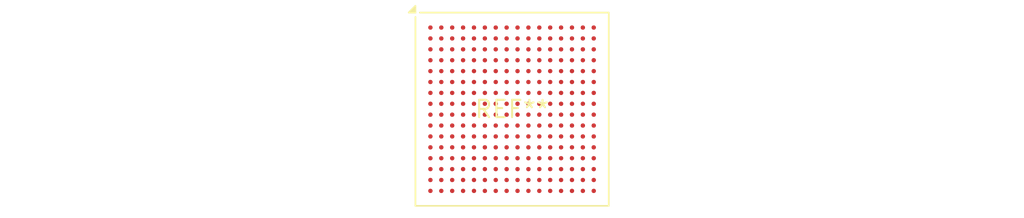
<source format=kicad_pcb>
(kicad_pcb (version 20240108) (generator pcbnew)
  (layers (0 "F.Cu" signal) (31 "B.Cu" signal) (34 "B.Paste" user) (35 "F.Paste" user) (36 "B.SilkS" user "B.Silkscreen") (37 "F.SilkS" user "F.Silkscreen") (38 "B.Mask" user) (39 "F.Mask" user) (44 "Edge.Cuts" user))
  (net 0 "")
  (footprint "BGA-256_14.0x14.0mm_Layout16x16_P0.8mm_Ball0.45mm_Pad0.32mm_NSMD" (layer "F.Cu") (at 0 0)
    (property "Reference" "REF**")
    (property "Value" "BGA-256_14.0x14.0mm_Layout16x16_P0.8mm_Ball0.45mm_Pad0.32mm_NSMD")
    (fp_line (start -7.1 -6.78) (end -7.1 7.1) (layer "F.SilkS") (stroke (width 0.12)))
    (fp_line (start -7.1 7.1) (end 7.1 7.1) (layer "F.SilkS") (stroke (width 0.12)))
    (fp_line (start 7.1 -7.1) (end -6.78 -7.1) (layer "F.SilkS") (stroke (width 0.12)))
    (fp_line (start 7.1 7.1) (end 7.1 -7.1) (layer "F.SilkS") (stroke (width 0.12)))
    (fp_poly (pts (xy -7.1 -7.1) (xy -7.6 -7.1) (xy -7.1 -7.6) (xy -7.1 -7.1)) (layer "F.SilkS") (stroke (width 0.12)) (fill solid))
    (pad "A1" smd circle (at -6 -6) (size 0.32 0.32) (property pad_prop_bga) (layers "F.Cu" "F.Paste" "F.Mask"))
    (pad "A2" smd circle (at -5.2 -6) (size 0.32 0.32) (property pad_prop_bga) (layers "F.Cu" "F.Paste" "F.Mask"))
    (pad "A3" smd circle (at -4.4 -6) (size 0.32 0.32) (property pad_prop_bga) (layers "F.Cu" "F.Paste" "F.Mask"))
    (pad "A4" smd circle (at -3.6 -6) (size 0.32 0.32) (property pad_prop_bga) (layers "F.Cu" "F.Paste" "F.Mask"))
    (pad "A5" smd circle (at -2.8 -6) (size 0.32 0.32) (property pad_prop_bga) (layers "F.Cu" "F.Paste" "F.Mask"))
    (pad "A6" smd circle (at -2 -6) (size 0.32 0.32) (property pad_prop_bga) (layers "F.Cu" "F.Paste" "F.Mask"))
    (pad "A7" smd circle (at -1.2 -6) (size 0.32 0.32) (property pad_prop_bga) (layers "F.Cu" "F.Paste" "F.Mask"))
    (pad "A8" smd circle (at -0.4 -6) (size 0.32 0.32) (property pad_prop_bga) (layers "F.Cu" "F.Paste" "F.Mask"))
    (pad "A9" smd circle (at 0.4 -6) (size 0.32 0.32) (property pad_prop_bga) (layers "F.Cu" "F.Paste" "F.Mask"))
    (pad "A10" smd circle (at 1.2 -6) (size 0.32 0.32) (property pad_prop_bga) (layers "F.Cu" "F.Paste" "F.Mask"))
    (pad "A11" smd circle (at 2 -6) (size 0.32 0.32) (property pad_prop_bga) (layers "F.Cu" "F.Paste" "F.Mask"))
    (pad "A12" smd circle (at 2.8 -6) (size 0.32 0.32) (property pad_prop_bga) (layers "F.Cu" "F.Paste" "F.Mask"))
    (pad "A13" smd circle (at 3.6 -6) (size 0.32 0.32) (property pad_prop_bga) (layers "F.Cu" "F.Paste" "F.Mask"))
    (pad "A14" smd circle (at 4.4 -6) (size 0.32 0.32) (property pad_prop_bga) (layers "F.Cu" "F.Paste" "F.Mask"))
    (pad "A15" smd circle (at 5.2 -6) (size 0.32 0.32) (property pad_prop_bga) (layers "F.Cu" "F.Paste" "F.Mask"))
    (pad "A16" smd circle (at 6 -6) (size 0.32 0.32) (property pad_prop_bga) (layers "F.Cu" "F.Paste" "F.Mask"))
    (pad "B1" smd circle (at -6 -5.2) (size 0.32 0.32) (property pad_prop_bga) (layers "F.Cu" "F.Paste" "F.Mask"))
    (pad "B2" smd circle (at -5.2 -5.2) (size 0.32 0.32) (property pad_prop_bga) (layers "F.Cu" "F.Paste" "F.Mask"))
    (pad "B3" smd circle (at -4.4 -5.2) (size 0.32 0.32) (property pad_prop_bga) (layers "F.Cu" "F.Paste" "F.Mask"))
    (pad "B4" smd circle (at -3.6 -5.2) (size 0.32 0.32) (property pad_prop_bga) (layers "F.Cu" "F.Paste" "F.Mask"))
    (pad "B5" smd circle (at -2.8 -5.2) (size 0.32 0.32) (property pad_prop_bga) (layers "F.Cu" "F.Paste" "F.Mask"))
    (pad "B6" smd circle (at -2 -5.2) (size 0.32 0.32) (property pad_prop_bga) (layers "F.Cu" "F.Paste" "F.Mask"))
    (pad "B7" smd circle (at -1.2 -5.2) (size 0.32 0.32) (property pad_prop_bga) (layers "F.Cu" "F.Paste" "F.Mask"))
    (pad "B8" smd circle (at -0.4 -5.2) (size 0.32 0.32) (property pad_prop_bga) (layers "F.Cu" "F.Paste" "F.Mask"))
    (pad "B9" smd circle (at 0.4 -5.2) (size 0.32 0.32) (property pad_prop_bga) (layers "F.Cu" "F.Paste" "F.Mask"))
    (pad "B10" smd circle (at 1.2 -5.2) (size 0.32 0.32) (property pad_prop_bga) (layers "F.Cu" "F.Paste" "F.Mask"))
    (pad "B11" smd circle (at 2 -5.2) (size 0.32 0.32) (property pad_prop_bga) (layers "F.Cu" "F.Paste" "F.Mask"))
    (pad "B12" smd circle (at 2.8 -5.2) (size 0.32 0.32) (property pad_prop_bga) (layers "F.Cu" "F.Paste" "F.Mask"))
    (pad "B13" smd circle (at 3.6 -5.2) (size 0.32 0.32) (property pad_prop_bga) (layers "F.Cu" "F.Paste" "F.Mask"))
    (pad "B14" smd circle (at 4.4 -5.2) (size 0.32 0.32) (property pad_prop_bga) (layers "F.Cu" "F.Paste" "F.Mask"))
    (pad "B15" smd circle (at 5.2 -5.2) (size 0.32 0.32) (property pad_prop_bga) (layers "F.Cu" "F.Paste" "F.Mask"))
    (pad "B16" smd circle (at 6 -5.2) (size 0.32 0.32) (property pad_prop_bga) (layers "F.Cu" "F.Paste" "F.Mask"))
    (pad "C1" smd circle (at -6 -4.4) (size 0.32 0.32) (property pad_prop_bga) (layers "F.Cu" "F.Paste" "F.Mask"))
    (pad "C2" smd circle (at -5.2 -4.4) (size 0.32 0.32) (property pad_prop_bga) (layers "F.Cu" "F.Paste" "F.Mask"))
    (pad "C3" smd circle (at -4.4 -4.4) (size 0.32 0.32) (property pad_prop_bga) (layers "F.Cu" "F.Paste" "F.Mask"))
    (pad "C4" smd circle (at -3.6 -4.4) (size 0.32 0.32) (property pad_prop_bga) (layers "F.Cu" "F.Paste" "F.Mask"))
    (pad "C5" smd circle (at -2.8 -4.4) (size 0.32 0.32) (property pad_prop_bga) (layers "F.Cu" "F.Paste" "F.Mask"))
    (pad "C6" smd circle (at -2 -4.4) (size 0.32 0.32) (property pad_prop_bga) (layers "F.Cu" "F.Paste" "F.Mask"))
    (pad "C7" smd circle (at -1.2 -4.4) (size 0.32 0.32) (property pad_prop_bga) (layers "F.Cu" "F.Paste" "F.Mask"))
    (pad "C8" smd circle (at -0.4 -4.4) (size 0.32 0.32) (property pad_prop_bga) (layers "F.Cu" "F.Paste" "F.Mask"))
    (pad "C9" smd circle (at 0.4 -4.4) (size 0.32 0.32) (property pad_prop_bga) (layers "F.Cu" "F.Paste" "F.Mask"))
    (pad "C10" smd circle (at 1.2 -4.4) (size 0.32 0.32) (property pad_prop_bga) (layers "F.Cu" "F.Paste" "F.Mask"))
    (pad "C11" smd circle (at 2 -4.4) (size 0.32 0.32) (property pad_prop_bga) (layers "F.Cu" "F.Paste" "F.Mask"))
    (pad "C12" smd circle (at 2.8 -4.4) (size 0.32 0.32) (property pad_prop_bga) (layers "F.Cu" "F.Paste" "F.Mask"))
    (pad "C13" smd circle (at 3.6 -4.4) (size 0.32 0.32) (property pad_prop_bga) (layers "F.Cu" "F.Paste" "F.Mask"))
    (pad "C14" smd circle (at 4.4 -4.4) (size 0.32 0.32) (property pad_prop_bga) (layers "F.Cu" "F.Paste" "F.Mask"))
    (pad "C15" smd circle (at 5.2 -4.4) (size 0.32 0.32) (property pad_prop_bga) (layers "F.Cu" "F.Paste" "F.Mask"))
    (pad "C16" smd circle (at 6 -4.4) (size 0.32 0.32) (property pad_prop_bga) (layers "F.Cu" "F.Paste" "F.Mask"))
    (pad "D1" smd circle (at -6 -3.6) (size 0.32 0.32) (property pad_prop_bga) (layers "F.Cu" "F.Paste" "F.Mask"))
    (pad "D2" smd circle (at -5.2 -3.6) (size 0.32 0.32) (property pad_prop_bga) (layers "F.Cu" "F.Paste" "F.Mask"))
    (pad "D3" smd circle (at -4.4 -3.6) (size 0.32 0.32) (property pad_prop_bga) (layers "F.Cu" "F.Paste" "F.Mask"))
    (pad "D4" smd circle (at -3.6 -3.6) (size 0.32 0.32) (property pad_prop_bga) (layers "F.Cu" "F.Paste" "F.Mask"))
    (pad "D5" smd circle (at -2.8 -3.6) (size 0.32 0.32) (property pad_prop_bga) (layers "F.Cu" "F.Paste" "F.Mask"))
    (pad "D6" smd circle (at -2 -3.6) (size 0.32 0.32) (property pad_prop_bga) (layers "F.Cu" "F.Paste" "F.Mask"))
    (pad "D7" smd circle (at -1.2 -3.6) (size 0.32 0.32) (property pad_prop_bga) (layers "F.Cu" "F.Paste" "F.Mask"))
    (pad "D8" smd circle (at -0.4 -3.6) (size 0.32 0.32) (property pad_prop_bga) (layers "F.Cu" "F.Paste" "F.Mask"))
    (pad "D9" smd circle (at 0.4 -3.6) (size 0.32 0.32) (property pad_prop_bga) (layers "F.Cu" "F.Paste" "F.Mask"))
    (pad "D10" smd circle (at 1.2 -3.6) (size 0.32 0.32) (property pad_prop_bga) (layers "F.Cu" "F.Paste" "F.Mask"))
    (pad "D11" smd circle (at 2 -3.6) (size 0.32 0.32) (property pad_prop_bga) (layers "F.Cu" "F.Paste" "F.Mask"))
    (pad "D12" smd circle (at 2.8 -3.6) (size 0.32 0.32) (property pad_prop_bga) (layers "F.Cu" "F.Paste" "F.Mask"))
    (pad "D13" smd circle (at 3.6 -3.6) (size 0.32 0.32) (property pad_prop_bga) (layers "F.Cu" "F.Paste" "F.Mask"))
    (pad "D14" smd circle (at 4.4 -3.6) (size 0.32 0.32) (property pad_prop_bga) (layers "F.Cu" "F.Paste" "F.Mask"))
    (pad "D15" smd circle (at 5.2 -3.6) (size 0.32 0.32) (property pad_prop_bga) (layers "F.Cu" "F.Paste" "F.Mask"))
    (pad "D16" smd circle (at 6 -3.6) (size 0.32 0.32) (property pad_prop_bga) (layers "F.Cu" "F.Paste" "F.Mask"))
    (pad "E1" smd circle (at -6 -2.8) (size 0.32 0.32) (property pad_prop_bga) (layers "F.Cu" "F.Paste" "F.Mask"))
    (pad "E2" smd circle (at -5.2 -2.8) (size 0.32 0.32) (property pad_prop_bga) (layers "F.Cu" "F.Paste" "F.Mask"))
    (pad "E3" smd circle (at -4.4 -2.8) (size 0.32 0.32) (property pad_prop_bga) (layers "F.Cu" "F.Paste" "F.Mask"))
    (pad "E4" smd circle (at -3.6 -2.8) (size 0.32 0.32) (property pad_prop_bga) (layers "F.Cu" "F.Paste" "F.Mask"))
    (pad "E5" smd circle (at -2.8 -2.8) (size 0.32 0.32) (property pad_prop_bga) (layers "F.Cu" "F.Paste" "F.Mask"))
    (pad "E6" smd circle (at -2 -2.8) (size 0.32 0.32) (property pad_prop_bga) (layers "F.Cu" "F.Paste" "F.Mask"))
    (pad "E7" smd circle (at -1.2 -2.8) (size 0.32 0.32) (property pad_prop_bga) (layers "F.Cu" "F.Paste" "F.Mask"))
    (pad "E8" smd circle (at -0.4 -2.8) (size 0.32 0.32) (property pad_prop_bga) (layers "F.Cu" "F.Paste" "F.Mask"))
    (pad "E9" smd circle (at 0.4 -2.8) (size 0.32 0.32) (property pad_prop_bga) (layers "F.Cu" "F.Paste" "F.Mask"))
    (pad "E10" smd circle (at 1.2 -2.8) (size 0.32 0.32) (property pad_prop_bga) (layers "F.Cu" "F.Paste" "F.Mask"))
    (pad "E11" smd circle (at 2 -2.8) (size 0.32 0.32) (property pad_prop_bga) (layers "F.Cu" "F.Paste" "F.Mask"))
    (pad "E12" smd circle (at 2.8 -2.8) (size 0.32 0.32) (property pad_prop_bga) (layers "F.Cu" "F.Paste" "F.Mask"))
    (pad "E13" smd circle (at 3.6 -2.8) (size 0.32 0.32) (property pad_prop_bga) (layers "F.Cu" "F.Paste" "F.Mask"))
    (pad "E14" smd circle (at 4.4 -2.8) (size 0.32 0.32) (property pad_prop_bga) (layers "F.Cu" "F.Paste" "F.Mask"))
    (pad "E15" smd circle (at 5.2 -2.8) (size 0.32 0.32) (property pad_prop_bga) (layers "F.Cu" "F.Paste" "F.Mask"))
    (pad "E16" smd circle (at 6 -2.8) (size 0.32 0.32) (property pad_prop_bga) (layers "F.Cu" "F.Paste" "F.Mask"))
    (pad "F1" smd circle (at -6 -2) (size 0.32 0.32) (property pad_prop_bga) (layers "F.Cu" "F.Paste" "F.Mask"))
    (pad "F2" smd circle (at -5.2 -2) (size 0.32 0.32) (property pad_prop_bga) (layers "F.Cu" "F.Paste" "F.Mask"))
    (pad "F3" smd circle (at -4.4 -2) (size 0.32 0.32) (property pad_prop_bga) (layers "F.Cu" "F.Paste" "F.Mask"))
    (pad "F4" smd circle (at -3.6 -2) (size 0.32 0.32) (property pad_prop_bga) (layers "F.Cu" "F.Paste" "F.Mask"))
    (pad "F5" smd circle (at -2.8 -2) (size 0.32 0.32) (property pad_prop_bga) (layers "F.Cu" "F.Paste" "F.Mask"))
    (pad "F6" smd circle (at -2 -2) (size 0.32 0.32) (property pad_prop_bga) (layers "F.Cu" "F.Paste" "F.Mask"))
    (pad "F7" smd circle (at -1.2 -2) (size 0.32 0.32) (property pad_prop_bga) (layers "F.Cu" "F.Paste" "F.Mask"))
    (pad "F8" smd circle (at -0.4 -2) (size 0.32 0.32) (property pad_prop_bga) (layers "F.Cu" "F.Paste" "F.Mask"))
    (pad "F9" smd circle (at 0.4 -2) (size 0.32 0.32) (property pad_prop_bga) (layers "F.Cu" "F.Paste" "F.Mask"))
    (pad "F10" smd circle (at 1.2 -2) (size 0.32 0.32) (property pad_prop_bga) (layers "F.Cu" "F.Paste" "F.Mask"))
    (pad "F11" smd circle (at 2 -2) (size 0.32 0.32) (property pad_prop_bga) (layers "F.Cu" "F.Paste" "F.Mask"))
    (pad "F12" smd circle (at 2.8 -2) (size 0.32 0.32) (property pad_prop_bga) (layers "F.Cu" "F.Paste" "F.Mask"))
    (pad "F13" smd circle (at 3.6 -2) (size 0.32 0.32) (property pad_prop_bga) (layers "F.Cu" "F.Paste" "F.Mask"))
    (pad "F14" smd circle (at 4.4 -2) (size 0.32 0.32) (property pad_prop_bga) (layers "F.Cu" "F.Paste" "F.Mask"))
    (pad "F15" smd circle (at 5.2 -2) (size 0.32 0.32) (property pad_prop_bga) (layers "F.Cu" "F.Paste" "F.Mask"))
    (pad "F16" smd circle (at 6 -2) (size 0.32 0.32) (property pad_prop_bga) (layers "F.Cu" "F.Paste" "F.Mask"))
    (pad "G1" smd circle (at -6 -1.2) (size 0.32 0.32) (property pad_prop_bga) (layers "F.Cu" "F.Paste" "F.Mask"))
    (pad "G2" smd circle (at -5.2 -1.2) (size 0.32 0.32) (property pad_prop_bga) (layers "F.Cu" "F.Paste" "F.Mask"))
    (pad "G3" smd circle (at -4.4 -1.2) (size 0.32 0.32) (property pad_prop_bga) (layers "F.Cu" "F.Paste" "F.Mask"))
    (pad "G4" smd circle (at -3.6 -1.2) (size 0.32 0.32) (property pad_prop_bga) (layers "F.Cu" "F.Paste" "F.Mask"))
    (pad "G5" smd circle (at -2.8 -1.2) (size 0.32 0.32) (property pad_prop_bga) (layers "F.Cu" "F.Paste" "F.Mask"))
    (pad "G6" smd circle (at -2 -1.2) (size 0.32 0.32) (property pad_prop_bga) (layers "F.Cu" "F.Paste" "F.Mask"))
    (pad "G7" smd circle (at -1.2 -1.2) (size 0.32 0.32) (property pad_prop_bga) (layers "F.Cu" "F.Paste" "F.Mask"))
    (pad "G8" smd circle (at -0.4 -1.2) (size 0.32 0.32) (property pad_prop_bga) (layers "F.Cu" "F.Paste" "F.Mask"))
    (pad "G9" smd circle (at 0.4 -1.2) (size 0.32 0.32) (property pad_prop_bga) (layers "F.Cu" "F.Paste" "F.Mask"))
    (pad "G10" smd circle (at 1.2 -1.2) (size 0.32 0.32) (property pad_prop_bga) (layers "F.Cu" "F.Paste" "F.Mask"))
    (pad "G11" smd circle (at 2 -1.2) (size 0.32 0.32) (property pad_prop_bga) (layers "F.Cu" "F.Paste" "F.Mask"))
    (pad "G12" smd circle (at 2.8 -1.2) (size 0.32 0.32) (property pad_prop_bga) (layers "F.Cu" "F.Paste" "F.Mask"))
    (pad "G13" smd circle (at 3.6 -1.2) (size 0.32 0.32) (property pad_prop_bga) (layers "F.Cu" "F.Paste" "F.Mask"))
    (pad "G14" smd circle (at 4.4 -1.2) (size 0.32 0.32) (property pad_prop_bga) (layers "F.Cu" "F.Paste" "F.Mask"))
    (pad "G15" smd circle (at 5.2 -1.2) (size 0.32 0.32) (property pad_prop_bga) (layers "F.Cu" "F.Paste" "F.Mask"))
    (pad "G16" smd circle (at 6 -1.2) (size 0.32 0.32) (property pad_prop_bga) (layers "F.Cu" "F.Paste" "F.Mask"))
    (pad "H1" smd circle (at -6 -0.4) (size 0.32 0.32) (property pad_prop_bga) (layers "F.Cu" "F.Paste" "F.Mask"))
    (pad "H2" smd circle (at -5.2 -0.4) (size 0.32 0.32) (property pad_prop_bga) (layers "F.Cu" "F.Paste" "F.Mask"))
    (pad "H3" smd circle (at -4.4 -0.4) (size 0.32 0.32) (property pad_prop_bga) (layers "F.Cu" "F.Paste" "F.Mask"))
    (pad "H4" smd circle (at -3.6 -0.4) (size 0.32 0.32) (property pad_prop_bga) (layers "F.Cu" "F.Paste" "F.Mask"))
    (pad "H5" smd circle (at -2.8 -0.4) (size 0.32 0.32) (property pad_prop_bga) (layers "F.Cu" "F.Paste" "F.Mask"))
    (pad "H6" smd circle (at -2 -0.4) (size 0.32 0.32) (property pad_prop_bga) (layers "F.Cu" "F.Paste" "F.Mask"))
    (pad "H7" smd circle (at -1.2 -0.4) (size 0.32 0.32) (property pad_prop_bga) (layers "F.Cu" "F.Paste" "F.Mask"))
    (pad "H8" smd circle (at -0.4 -0.4) (size 0.32 0.32) (property pad_prop_bga) (layers "F.Cu" "F.Paste" "F.Mask"))
    (pad "H9" smd circle (at 0.4 -0.4) (size 0.32 0.32) (property pad_prop_bga) (layers "F.Cu" "F.Paste" "F.Mask"))
    (pad "H10" smd circle (at 1.2 -0.4) (size 0.32 0.32) (property pad_prop_bga) (layers "F.Cu" "F.Paste" "F.Mask"))
    (pad "H11" smd circle (at 2 -0.4) (size 0.32 0.32) (property pad_prop_bga) (layers "F.Cu" "F.Paste" "F.Mask"))
    (pad "H12" smd circle (at 2.8 -0.4) (size 0.32 0.32) (property pad_prop_bga) (layers "F.Cu" "F.Paste" "F.Mask"))
    (pad "H13" smd circle (at 3.6 -0.4) (size 0.32 0.32) (property pad_prop_bga) (layers "F.Cu" "F.Paste" "F.Mask"))
    (pad "H14" smd circle (at 4.4 -0.4) (size 0.32 0.32) (property pad_prop_bga) (layers "F.Cu" "F.Paste" "F.Mask"))
    (pad "H15" smd circle (at 5.2 -0.4) (size 0.32 0.32) (property pad_prop_bga) (layers "F.Cu" "F.Paste" "F.Mask"))
    (pad "H16" smd circle (at 6 -0.4) (size 0.32 0.32) (property pad_prop_bga) (layers "F.Cu" "F.Paste" "F.Mask"))
    (pad "J1" smd circle (at -6 0.4) (size 0.32 0.32) (property pad_prop_bga) (layers "F.Cu" "F.Paste" "F.Mask"))
    (pad "J2" smd circle (at -5.2 0.4) (size 0.32 0.32) (property pad_prop_bga) (layers "F.Cu" "F.Paste" "F.Mask"))
    (pad "J3" smd circle (at -4.4 0.4) (size 0.32 0.32) (property pad_prop_bga) (layers "F.Cu" "F.Paste" "F.Mask"))
    (pad "J4" smd circle (at -3.6 0.4) (size 0.32 0.32) (property pad_prop_bga) (layers "F.Cu" "F.Paste" "F.Mask"))
    (pad "J5" smd circle (at -2.8 0.4) (size 0.32 0.32) (property pad_prop_bga) (layers "F.Cu" "F.Paste" "F.Mask"))
    (pad "J6" smd circle (at -2 0.4) (size 0.32 0.32) (property pad_prop_bga) (layers "F.Cu" "F.Paste" "F.Mask"))
    (pad "J7" smd circle (at -1.2 0.4) (size 0.32 0.32) (property pad_prop_bga) (layers "F.Cu" "F.Paste" "F.Mask"))
    (pad "J8" smd circle (at -0.4 0.4) (size 0.32 0.32) (property pad_prop_bga) (layers "F.Cu" "F.Paste" "F.Mask"))
    (pad "J9" smd circle (at 0.4 0.4) (size 0.32 0.32) (property pad_prop_bga) (layers "F.Cu" "F.Paste" "F.Mask"))
    (pad "J10" smd circle (at 1.2 0.4) (size 0.32 0.32) (property pad_prop_bga) (layers "F.Cu" "F.Paste" "F.Mask"))
    (pad "J11" smd circle (at 2 0.4) (size 0.32 0.32) (property pad_prop_bga) (layers "F.Cu" "F.Paste" "F.Mask"))
    (pad "J12" smd circle (at 2.8 0.4) (size 0.32 0.32) (property pad_prop_bga) (layers "F.Cu" "F.Paste" "F.Mask"))
    (pad "J13" smd circle (at 3.6 0.4) (size 0.32 0.32) (property pad_prop_bga) (layers "F.Cu" "F.Paste" "F.Mask"))
    (pad "J14" smd circle (at 4.4 0.4) (size 0.32 0.32) (property pad_prop_bga) (layers "F.Cu" "F.Paste" "F.Mask"))
    (pad "J15" smd circle (at 5.2 0.4) (size 0.32 0.32) (property pad_prop_bga) (layers "F.Cu" "F.Paste" "F.Mask"))
    (pad "J16" smd circle (at 6 0.4) (size 0.32 0.32) (property pad_prop_bga) (layers "F.Cu" "F.Paste" "F.Mask"))
    (pad "K1" smd circle (at -6 1.2) (size 0.32 0.32) (property pad_prop_bga) (layers "F.Cu" "F.Paste" "F.Mask"))
    (pad "K2" smd circle (at -5.2 1.2) (size 0.32 0.32) (property pad_prop_bga) (layers "F.Cu" "F.Paste" "F.Mask"))
    (pad "K3" smd circle (at -4.4 1.2) (size 0.32 0.32) (property pad_prop_bga) (layers "F.Cu" "F.Paste" "F.Mask"))
    (pad "K4" smd circle (at -3.6 1.2) (size 0.32 0.32) (property pad_prop_bga) (layers "F.Cu" "F.Paste" "F.Mask"))
    (pad "K5" smd circle (at -2.8 1.2) (size 0.32 0.32) (property pad_prop_bga) (layers "F.Cu" "F.Paste" "F.Mask"))
    (pad "K6" smd circle (at -2 1.2) (size 0.32 0.32) (property pad_prop_bga) (layers "F.Cu" "F.Paste" "F.Mask"))
    (pad "K7" smd circle (at -1.2 1.2) (size 0.32 0.32) (property pad_prop_bga) (layers "F.Cu" "F.Paste" "F.Mask"))
    (pad "K8" smd circle (at -0.4 1.2) (size 0.32 0.32) (property pad_prop_bga) (layers "F.Cu" "F.Paste" "F.Mask"))
    (pad "K9" smd circle (at 0.4 1.2) (size 0.32 0.32) (property pad_prop_bga) (layers "F.Cu" "F.Paste" "F.Mask"))
    (pad "K10" smd circle (at 1.2 1.2) (size 0.32 0.32) (property pad_prop_bga) (layers "F.Cu" "F.Paste" "F.Mask"))
    (pad "K11" smd circle (at 2 1.2) (size 0.32 0.32) (property pad_prop_bga) (layers "F.Cu" "F.Paste" "F.Mask"))
    (pad "K12" smd circle (at 2.8 1.2) (size 0.32 0.32) (property pad_prop_bga) (layers "F.Cu" "F.Paste" "F.Mask"))
    (pad "K13" smd circle (at 3.6 1.2) (size 0.32 0.32) (property pad_prop_bga) (layers "F.Cu" "F.Paste" "F.Mask"))
    (pad "K14" smd circle (at 4.4 1.2) (size 0.32 0.32) (property pad_prop_bga) (layers "F.Cu" "F.Paste" "F.Mask"))
    (pad "K15" smd circle (at 5.2 1.2) (size 0.32 0.32) (property pad_prop_bga) (layers "F.Cu" "F.Paste" "F.Mask"))
    (pad "K16" smd circle (at 6 1.2) (size 0.32 0.32) (property pad_prop_bga) (layers "F.Cu" "F.Paste" "F.Mask"))
    (pad "L1" smd circle (at -6 2) (size 0.32 0.32) (property pad_prop_bga) (layers "F.Cu" "F.Paste" "F.Mask"))
    (pad "L2" smd circle (at -5.2 2) (size 0.32 0.32) (property pad_prop_bga) (layers "F.Cu" "F.Paste" "F.Mask"))
    (pad "L3" smd circle (at -4.4 2) (size 0.32 0.32) (property pad_prop_bga) (layers "F.Cu" "F.Paste" "F.Mask"))
    (pad "L4" smd circle (at -3.6 2) (size 0.32 0.32) (property pad_prop_bga) (layers "F.Cu" "F.Paste" "F.Mask"))
    (pad "L5" smd circle (at -2.8 2) (size 0.32 0.32) (property pad_prop_bga) (layers "F.Cu" "F.Paste" "F.Mask"))
    (pad "L6" smd circle (at -2 2) (size 0.32 0.32) (property pad_prop_bga) (layers "F.Cu" "F.Paste" "F.Mask"))
    (pad "L7" smd circle (at -1.2 2) (size 0.32 0.32) (property pad_prop_bga) (layers "F.Cu" "F.Paste" "F.Mask"))
    (pad "L8" smd circle (at -0.4 2) (size 0.32 0.32) (property pad_prop_bga) (layers "F.Cu" "F.Paste" "F.Mask"))
    (pad "L9" smd circle (at 0.4 2) (size 0.32 0.32) (property pad_prop_bga) (layers "F.Cu" "F.Paste" "F.Mask"))
    (pad "L10" smd circle (at 1.2 2) (size 0.32 0.32) (property pad_prop_bga) (layers "F.Cu" "F.Paste" "F.Mask"))
    (pad "L11" smd circle (at 2 2) (size 0.32 0.32) (property pad_prop_bga) (layers "F.Cu" "F.Paste" "F.Mask"))
    (pad "L12" smd circle (at 2.8 2) (size 0.32 0.32) (property pad_prop_bga) (layers "F.Cu" "F.Paste" "F.Mask"))
    (pad "L13" smd circle (at 3.6 2) (size 0.32 0.32) (property pad_prop_bga) (layers "F.Cu" "F.Paste" "F.Mask"))
    (pad "L14" smd circle (at 4.4 2) (size 0.32 0.32) (property pad_prop_bga) (layers "F.Cu" "F.Paste" "F.Mask"))
    (pad "L15" smd circle (at 5.2 2) (size 0.32 0.32) (property pad_prop_bga) (layers "F.Cu" "F.Paste" "F.Mask"))
    (pad "L16" smd circle (at 6 2) (size 0.32 0.32) (property pad_prop_bga) (layers "F.Cu" "F.Paste" "F.Mask"))
    (pad "M1" smd circle (at -6 2.8) (size 0.32 0.32) (property pad_prop_bga) (layers "F.Cu" "F.Paste" "F.Mask"))
    (pad "M2" smd circle (at -5.2 2.8) (size 0.32 0.32) (property pad_prop_bga) (layers "F.Cu" "F.Paste" "F.Mask"))
    (pad "M3" smd circle (at -4.4 2.8) (size 0.32 0.32) (property pad_prop_bga) (layers "F.Cu" "F.Paste" "F.Mask"))
    (pad "M4" smd circle (at -3.6 2.8) (size 0.32 0.32) (property pad_prop_bga) (layers "F.Cu" "F.Paste" "F.Mask"))
    (pad "M5" smd circle (at -2.8 2.8) (size 0.32 0.32) (property pad_prop_bga) (layers "F.Cu" "F.Paste" "F.Mask"))
    (pad "M6" smd circle (at -2 2.8) (size 0.32 0.32) (property pad_prop_bga) (layers "F.Cu" "F.Paste" "F.Mask"))
    (pad "M7" smd circle (at -1.2 2.8) (size 0.32 0.32) (property pad_prop_bga) (layers "F.Cu" "F.Paste" "F.Mask"))
    (pad "M8" smd circle (at -0.4 2.8) (size 0.32 0.32) (property pad_prop_bga) (layers "F.Cu" "F.Paste" "F.Mask"))
    (pad "M9" smd circle (at 0.4 2.8) (size 0.32 0.32) (property pad_prop_bga) (layers "F.Cu" "F.Paste" "F.Mask"))
    (pad "M10" smd circle (at 1.2 2.8) (size 0.32 0.32) (property pad_prop_bga) (layers "F.Cu" "F.Paste" "F.Mask"))
    (pad "M11" smd circle (at 2 2.8) (size 0.32 0.32) (property pad_prop_bga) (layers "F.Cu" "F.Paste" "F.Mask"))
    (pad "M12" smd circle (at 2.8 2.8) (size 0.32 0.32) (property pad_prop_bga) (layers "F.Cu" "F.Paste" "F.Mask"))
    (pad "M13" smd circle (at 3.6 2.8) (size 0.32 0.32) (property pad_prop_bga) (layers "F.Cu" "F.Paste" "F.Mask"))
    (pad "M14" smd circle (at 4.4 2.8) (size 0.32 0.32) (property pad_prop_bga) (layers "F.Cu" "F.Paste" "F.Mask"))
    (pad "M15" smd circle (at 5.2 2.8) (size 0.32 0.32) (property pad_prop_bga) (layers "F.Cu" "F.Paste" "F.Mask"))
    (pad "M16" smd circle (at 6 2.8) (size 0.32 0.32) (property pad_prop_bga) (layers "F.Cu" "F.Paste" "F.Mask"))
    (pad "N1" smd circle (at -6 3.6) (size 0.32 0.32) (property pad_prop_bga) (layers "F.Cu" "F.Paste" "F.Mask"))
    (pad "N2" smd circle (at -5.2 3.6) (size 0.32 0.32) (property pad_prop_bga) (layers "F.Cu" "F.Paste" "F.Mask"))
    (pad "N3" smd circle (at -4.4 3.6) (size 0.32 0.32) (property pad_prop_bga) (layers "F.Cu" "F.Paste" "F.Mask"))
    (pad "N4" smd circle (at -3.6 3.6) (size 0.32 0.32) (property pad_prop_bga) (layers "F.Cu" "F.Paste" "F.Mask"))
    (pad "N5" smd circle (at -2.8 3.6) (size 0.32 0.32) (property pad_prop_bga) (layers "F.Cu" "F.Paste" "F.Mask"))
    (pad "N6" smd circle (at -2 3.6) (size 0.32 0.32) (property pad_prop_bga) (layers "F.Cu" "F.Paste" "F.Mask"))
    (pad "N7" smd circle (at -1.2 3.6) (size 0.32 0.32) (property pad_prop_bga) (layers "F.Cu" "F.Paste" "F.Mask"))
    (pad "N8" smd circle (at -0.4 3.6) (size 0.32 0.32) (property pad_prop_bga) (layers "F.Cu" "F.Paste" "F.Mask"))
    (pad "N9" smd circle (at 0.4 3.6) (size 0.32 0.32) (property pad_prop_bga) (layers "F.Cu" "F.Paste" "F.Mask"))
    (pad "N10" smd circle (at 1.2 3.6) (size 0.32 0.32) (property pad_prop_bga) (layers "F.Cu" "F.Paste" "F.Mask"))
    (pad "N11" smd circle (at 2 3.6) (size 0.32 0.32) (property pad_prop_bga) (layers "F.Cu" "F.Paste" "F.Mask"))
    (pad "N12" smd circle (at 2.8 3.6) (size 0.32 0.32) (property pad_prop_bga) (layers "F.Cu" "F.Paste" "F.Mask"))
    (pad "N13" smd circle (at 3.6 3.6) (size 0.32 0.32) (property pad_prop_bga) (layers "F.Cu" "F.Paste" "F.Mask"))
    (pad "N14" smd circle (at 4.4 3.6) (size 0.32 0.32) (property pad_prop_bga) (layers "F.Cu" "F.Paste" "F.Mask"))
    (pad "N15" smd circle (at 5.2 3.6) (size 0.32 0.32) (property pad_prop_bga) (layers "F.Cu" "F.Paste" "F.Mask"))
    (pad "N16" smd circle (at 6 3.6) (size 0.32 0.32) (property pad_prop_bga) (layers "F.Cu" "F.Paste" "F.Mask"))
    (pad "P1" smd circle (at -6 4.4) (size 0.32 0.32) (property pad_prop_bga) (layers "F.Cu" "F.Paste" "F.Mask"))
    (pad "P2" smd circle (at -5.2 4.4) (size 0.32 0.32) (property pad_prop_bga) (layers "F.Cu" "F.Paste" "F.Mask"))
    (pad "P3" smd circle (at -4.4 4.4) (size 0.32 0.32) (property pad_prop_bga) (layers "F.Cu" "F.Paste" "F.Mask"))
    (pad "P4" smd circle (at -3.6 4.4) (size 0.32 0.32) (property pad_prop_bga) (layers "F.Cu" "F.Paste" "F.Mask"))
    (pad "P5" smd circle (at -2.8 4.4) (size 0.32 0.32) (property pad_prop_bga) (layers "F.Cu" "F.Paste" "F.Mask"))
    (pad "P6" smd circle (at -2 4.4) (size 0.32 0.32) (property pad_prop_bga) (layers "F.Cu" "F.Paste" "F.Mask"))
    (pad "P7" smd circle (at -1.2 4.4) (size 0.32 0.32) (property pad_prop_bga) (layers "F.Cu" "F.Paste" "F.Mask"))
    (pad "P8" smd circle (at -0.4 4.4) (size 0.32 0.32) (property pad_prop_bga) (layers "F.Cu" "F.Paste" "F.Mask"))
    (pad "P9" smd circle (at 0.4 4.4) (size 0.32 0.32) (property pad_prop_bga) (layers "F.Cu" "F.Paste" "F.Mask"))
    (pad "P10" smd circle (at 1.2 4.4) (size 0.32 0.32) (property pad_prop_bga) (layers "F.Cu" "F.Paste" "F.Mask"))
    (pad "P11" smd circle (at 2 4.4) (size 0.32 0.32) (property pad_prop_bga) (layers "F.Cu" "F.Paste" "F.Mask"))
    (pad "P12" smd circle (at 2.8 4.4) (size 0.32 0.32) (property pad_prop_bga) (layers "F.Cu" "F.Paste" "F.Mask"))
    (pad "P13" smd circle (at 3.6 4.4) (size 0.32 0.32) (property pad_prop_bga) (layers "F.Cu" "F.Paste" "F.Mask"))
    (pad "P14" smd circle (at 4.4 4.4) (size 0.32 0.32) (property pad_prop_bga) (layers "F.Cu" "F.Paste" "F.Mask"))
    (pad "P15" smd circle (at 5.2 4.4) (size 0.32 0.32) (property pad_prop_bga) (layers "F.Cu" "F.Paste" "F.Mask"))
    (pad "P16" smd circle (at 6 4.4) (size 0.32 0.32) (property pad_prop_bga) (layers "F.Cu" "F.Paste" "F.Mask"))
    (pad "R1" smd circle (at -6 5.2) (size 0.32 0.32) (property pad_prop_bga) (layers "F.Cu" "F.Paste" "F.Mask"))
    (pad "R2" smd circle (at -5.2 5.2) (size 0.32 0.32) (property pad_prop_bga) (layers "F.Cu" "F.Paste" "F.Mask"))
    (pad "R3" smd circle (at -4.4 5.2) (size 0.32 0.32) (property pad_prop_bga) (layers "F.Cu" "F.Paste" "F.Mask"))
    (pad "R4" smd circle (at -3.6 5.2) (size 0.32 0.32) (property pad_prop_bga) (layers "F.Cu" "F.Paste" "F.Mask"))
    (pad "R5" smd circle (at -2.8 5.2) (size 0.32 0.32) (property pad_prop_bga) (layers "F.Cu" "F.Paste" "F.Mask"))
    (pad "R6" smd circle (at -2 5.2) (size 0.32 0.32) (property pad_prop_bga) (layers "F.Cu" "F.Paste" "F.Mask"))
    (pad "R7" smd circle (at -1.2 5.2) (size 0.32 0.32) (property pad_prop_bga) (layers "F.Cu" "F.Paste" "F.Mask"))
    (pad "R8" smd circle (at -0.4 5.2) (size 0.32 0.32) (property pad_prop_bga) (layers "F.Cu" "F.Paste" "F.Mask"))
    (pad "R9" smd circle (at 0.4 5.2) (size 0.32 0.32) (property pad_prop_bga) (layers "F.Cu" "F.Paste" "F.Mask"))
    (pad "R10" smd circle (at 1.2 5.2) (size 0.32 0.32) (property pad_prop_bga) (layers "F.Cu" "F.Paste" "F.Mask"))
    (pad "R11" smd circle (at 2 5.2) (size 0.32 0.32) (property pad_prop_bga) (layers "F.Cu" "F.Paste" "F.Mask"))
    (pad "R12" smd circle (at 2.8 5.2) (size 0.32 0.32) (property pad_prop_bga) (layers "F.Cu" "F.Paste" "F.Mask"))
    (pad "R13" smd circle (at 3.6 5.2) (size 0.32 0.32) (property pad_prop_bga) (layers "F.Cu" "F.Paste" "F.Mask"))
    (pad "R14" smd circle (at 4.4 5.2) (size 0.32 0.32) (property pad_prop_bga) (layers "F.Cu" "F.Paste" "F.Mask"))
    (pad "R15" smd circle (at 5.2 5.2) (size 0.32 0.32) (property pad_prop_bga) (layers "F.Cu" "F.Paste" "F.Mask"))
    (pad "R16" smd circle (at 6 5.2) (size 0.32 0.32) (property pad_prop_bga) (layers "F.Cu" "F.Paste" "F.Mask"))
    (pad "T1" smd circle (at -6 6) (size 0.32 0.32) (property pad_prop_bga) (layers "F.Cu" "F.Paste" "F.Mask"))
    (pad "T2" smd circle (at -5.2 6) (size 0.32 0.32) (property pad_prop_bga) (layers "F.Cu" "F.Paste" "F.Mask"))
    (pad "T3" smd circle (at -4.4 6) (size 0.32 0.32) (property pad_prop_bga) (layers "F.Cu" "F.Paste" "F.Mask"))
    (pad "T4" smd circle (at -3.6 6) (size 0.32 0.32) (property pad_prop_bga) (layers "F.Cu" "F.Paste" "F.Mask"))
    (pad "T5" smd circle (at -2.8 6) (size 0.32 0.32) (property pad_prop_bga) (layers "F.Cu" "F.Paste" "F.Mask"))
    (pad "T6" smd circle (at -2 6) (size 0.32 0.32) (property pad_prop_bga) (layers "F.Cu" "F.Paste" "F.Mask"))
    (pad "T7" smd circle (at -1.2 6) (size 0.32 0.32) (property pad_prop_bga) (layers "F.Cu" "F.Paste" "F.Mask"))
    (pad "T8" smd circle (at -0.4 6) (size 0.32 0.32) (property pad_prop_bga) (layers "F.Cu" "F.Paste" "F.Mask"))
    (pad "T9" smd circle (at 0.4 6) (size 0.32 0.32) (property pad_prop_bga) (layers "F.Cu" "F.Paste" "F.Mask"))
    (pad "T10" smd circle (at 1.2 6) (size 0.32 0.32) (property pad_prop_bga) (layers "F.Cu" "F.Paste" "F.Mask"))
    (pad "T11" smd circle (at 2 6) (size 0.32 0.32) (property pad_prop_bga) (layers "F.Cu" "F.Paste" "F.Mask"))
    (pad "T12" smd circle (at 2.8 6) (size 0.32 0.32) (property pad_prop_bga) (layers "F.Cu" "F.Paste" "F.Mask"))
    (pad "T13" smd circle (at 3.6 6) (size 0.32 0.32) (property pad_prop_bga) (layers "F.Cu" "F.Paste" "F.Mask"))
    (pad "T14" smd circle (at 4.4 6) (size 0.32 0.32) (property pad_prop_bga) (layers "F.Cu" "F.Paste" "F.Mask"))
    (pad "T15" smd circle (at 5.2 6) (size 0.32 0.32) (property pad_prop_bga) (layers "F.Cu" "F.Paste" "F.Mask"))
    (pad "T16" smd circle (at 6 6) (size 0.32 0.32) (property pad_prop_bga) (layers "F.Cu" "F.Paste" "F.Mask"))
  )
)
</source>
